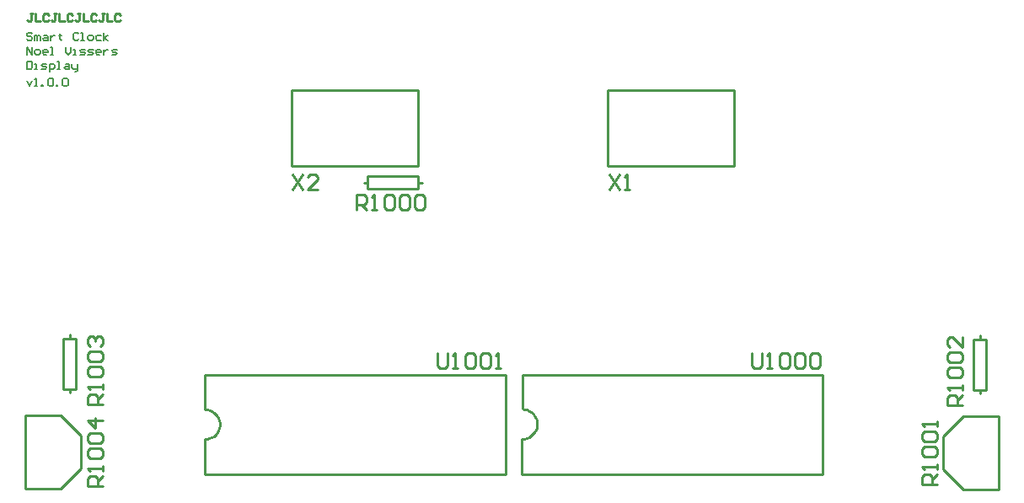
<source format=gto>
G04*
G04 #@! TF.GenerationSoftware,Altium Limited,Altium Designer,20.0.13 (296)*
G04*
G04 Layer_Color=65535*
%FSLAX25Y25*%
%MOIN*%
G70*
G01*
G75*
%ADD10C,0.01000*%
%ADD11C,0.00787*%
%ADD12C,0.00984*%
D10*
X75003Y24486D02*
X75979Y24558D01*
X76929Y24789D01*
X77828Y25174D01*
X78651Y25702D01*
X79376Y26359D01*
X79983Y27126D01*
X80454Y27983D01*
X80778Y28906D01*
X80945Y29869D01*
X80951Y30848D01*
X80795Y31813D01*
X80482Y32740D01*
X80021Y33602D01*
X79423Y34376D01*
X78706Y35041D01*
X77890Y35579D01*
X76995Y35975D01*
X76047Y36217D01*
X75073Y36300D01*
X200535Y24593D02*
X201511Y24664D01*
X202461Y24895D01*
X203360Y25280D01*
X204183Y25809D01*
X204908Y26465D01*
X205514Y27233D01*
X205986Y28089D01*
X206310Y29012D01*
X206477Y29976D01*
X206483Y30954D01*
X206327Y31919D01*
X206014Y32846D01*
X205552Y33708D01*
X204955Y34483D01*
X204238Y35148D01*
X203421Y35686D01*
X202526Y36081D01*
X201579Y36324D01*
X200605Y36406D01*
X139469Y123484D02*
X159468D01*
X139469D02*
Y125984D01*
X159468D02*
X160968D01*
X137969D02*
X139469D01*
X159468Y123484D02*
Y128484D01*
X139469Y125984D02*
Y128484D01*
X159468D01*
X75003Y10394D02*
X193968D01*
X75003D02*
Y24486D01*
X193968Y10394D02*
Y49894D01*
X75073Y36301D02*
Y49894D01*
X193968D01*
X200535Y10500D02*
X319500D01*
X200535D02*
Y24593D01*
X319500Y10500D02*
Y50000D01*
X200605Y36407D02*
Y50000D01*
X319500D01*
X384166Y43957D02*
Y63957D01*
X381666Y43957D02*
X384166D01*
X381666Y63957D02*
Y65457D01*
Y42457D02*
Y43957D01*
X379166Y63957D02*
X384166D01*
X379166Y43957D02*
X381666D01*
X379166D02*
Y63957D01*
X24252Y44272D02*
Y64272D01*
X21752Y44272D02*
X24252D01*
X21752Y64272D02*
Y65772D01*
Y42772D02*
Y44272D01*
X19252Y64272D02*
X24252D01*
X19252Y44272D02*
X21752D01*
X19252D02*
Y64272D01*
X26252Y12772D02*
Y25772D01*
X18252Y4772D02*
X26252Y12772D01*
X7252Y4772D02*
X18252D01*
X4252D02*
X7252D01*
X18252Y33772D02*
X26252Y25772D01*
X8252Y33772D02*
X18252D01*
X4252Y4772D02*
Y33772D01*
X8252D01*
X367166Y12457D02*
Y25457D01*
X375166Y33457D01*
X386166D01*
X389166D01*
X367166Y12457D02*
X375166Y4457D01*
X385166D01*
X389166D02*
Y33457D01*
X385166Y4457D02*
X389166D01*
X109468Y132547D02*
Y162547D01*
Y132547D02*
X159468D01*
Y162547D01*
X109468D02*
X159468D01*
X234469Y132547D02*
Y162547D01*
Y132547D02*
X284469D01*
Y162547D01*
X234469D02*
X284469D01*
X109785Y129377D02*
X113784Y123379D01*
Y129377D02*
X109785Y123379D01*
X119782D02*
X115783D01*
X119782Y127378D01*
Y128377D01*
X118782Y129377D01*
X116783D01*
X115783Y128377D01*
X235116Y129377D02*
X239114Y123379D01*
Y129377D02*
X235116Y123379D01*
X241113D02*
X243113D01*
X242113D01*
Y129377D01*
X241113Y128377D01*
X166973Y58393D02*
Y53394D01*
X167972Y52395D01*
X169972D01*
X170971Y53394D01*
Y58393D01*
X172971Y52395D02*
X174970D01*
X173970D01*
Y58393D01*
X172971Y57393D01*
X177969D02*
X178969Y58393D01*
X180968D01*
X181968Y57393D01*
Y53394D01*
X180968Y52395D01*
X178969D01*
X177969Y53394D01*
Y57393D01*
X183967D02*
X184967Y58393D01*
X186966D01*
X187966Y57393D01*
Y53394D01*
X186966Y52395D01*
X184967D01*
X183967Y53394D01*
Y57393D01*
X189965Y52395D02*
X191964D01*
X190965D01*
Y58393D01*
X189965Y57393D01*
X291504Y58499D02*
Y53501D01*
X292504Y52501D01*
X294503D01*
X295503Y53501D01*
Y58499D01*
X297502Y52501D02*
X299502D01*
X298502D01*
Y58499D01*
X297502Y57499D01*
X302501D02*
X303501Y58499D01*
X305500D01*
X306500Y57499D01*
Y53501D01*
X305500Y52501D01*
X303501D01*
X302501Y53501D01*
Y57499D01*
X308499D02*
X309499Y58499D01*
X311498D01*
X312498Y57499D01*
Y53501D01*
X311498Y52501D01*
X309499D01*
X308499Y53501D01*
Y57499D01*
X314497D02*
X315497Y58499D01*
X317496D01*
X318496Y57499D01*
Y53501D01*
X317496Y52501D01*
X315497D01*
X314497Y53501D01*
Y57499D01*
X34751Y5776D02*
X28753D01*
Y8775D01*
X29753Y9775D01*
X31752D01*
X32752Y8775D01*
Y5776D01*
Y7775D02*
X34751Y9775D01*
Y11774D02*
Y13773D01*
Y12774D01*
X28753D01*
X29753Y11774D01*
Y16772D02*
X28753Y17772D01*
Y19771D01*
X29753Y20771D01*
X33751D01*
X34751Y19771D01*
Y17772D01*
X33751Y16772D01*
X29753D01*
Y22771D02*
X28753Y23770D01*
Y25769D01*
X29753Y26769D01*
X33751D01*
X34751Y25769D01*
Y23770D01*
X33751Y22771D01*
X29753D01*
X34751Y31768D02*
X28753D01*
X31752Y28769D01*
Y32767D01*
X34751Y38276D02*
X28753D01*
Y41275D01*
X29753Y42275D01*
X31752D01*
X32752Y41275D01*
Y38276D01*
Y40275D02*
X34751Y42275D01*
Y44274D02*
Y46273D01*
Y45274D01*
X28753D01*
X29753Y44274D01*
Y49272D02*
X28753Y50272D01*
Y52271D01*
X29753Y53271D01*
X33751D01*
X34751Y52271D01*
Y50272D01*
X33751Y49272D01*
X29753D01*
Y55270D02*
X28753Y56270D01*
Y58270D01*
X29753Y59269D01*
X33751D01*
X34751Y58270D01*
Y56270D01*
X33751Y55270D01*
X29753D01*
Y61269D02*
X28753Y62268D01*
Y64268D01*
X29753Y65267D01*
X30752D01*
X31752Y64268D01*
Y63268D01*
Y64268D01*
X32752Y65267D01*
X33751D01*
X34751Y64268D01*
Y62268D01*
X33751Y61269D01*
X374665Y37961D02*
X368667D01*
Y40960D01*
X369667Y41960D01*
X371666D01*
X372666Y40960D01*
Y37961D01*
Y39960D02*
X374665Y41960D01*
Y43959D02*
Y45959D01*
Y44959D01*
X368667D01*
X369667Y43959D01*
Y48957D02*
X368667Y49957D01*
Y51956D01*
X369667Y52956D01*
X373665D01*
X374665Y51956D01*
Y49957D01*
X373665Y48957D01*
X369667D01*
Y54956D02*
X368667Y55955D01*
Y57955D01*
X369667Y58954D01*
X373665D01*
X374665Y57955D01*
Y55955D01*
X373665Y54956D01*
X369667D01*
X374665Y64952D02*
Y60954D01*
X370667Y64952D01*
X369667D01*
X368667Y63953D01*
Y61953D01*
X369667Y60954D01*
X364665Y6461D02*
X358667D01*
Y9460D01*
X359667Y10459D01*
X361666D01*
X362666Y9460D01*
Y6461D01*
Y8460D02*
X364665Y10459D01*
Y12459D02*
Y14458D01*
Y13458D01*
X358667D01*
X359667Y12459D01*
Y17457D02*
X358667Y18457D01*
Y20456D01*
X359667Y21456D01*
X363666D01*
X364665Y20456D01*
Y18457D01*
X363666Y17457D01*
X359667D01*
Y23455D02*
X358667Y24455D01*
Y26454D01*
X359667Y27454D01*
X363666D01*
X364665Y26454D01*
Y24455D01*
X363666Y23455D01*
X359667D01*
X364665Y29453D02*
Y31453D01*
Y30453D01*
X358667D01*
X359667Y29453D01*
X135225Y115111D02*
Y121109D01*
X138224D01*
X139224Y120110D01*
Y118110D01*
X138224Y117111D01*
X135225D01*
X137224D02*
X139224Y115111D01*
X141223D02*
X143222D01*
X142223D01*
Y121109D01*
X141223Y120110D01*
X146221D02*
X147221Y121109D01*
X149220D01*
X150220Y120110D01*
Y116111D01*
X149220Y115111D01*
X147221D01*
X146221Y116111D01*
Y120110D01*
X152219D02*
X153219Y121109D01*
X155218D01*
X156218Y120110D01*
Y116111D01*
X155218Y115111D01*
X153219D01*
X152219Y116111D01*
Y120110D01*
X158217D02*
X159217Y121109D01*
X161216D01*
X162216Y120110D01*
Y116111D01*
X161216Y115111D01*
X159217D01*
X158217Y116111D01*
Y120110D01*
D11*
X6824Y184851D02*
X6299Y185376D01*
X5249D01*
X4724Y184851D01*
Y184326D01*
X5249Y183801D01*
X6299D01*
X6824Y183276D01*
Y182752D01*
X6299Y182227D01*
X5249D01*
X4724Y182752D01*
X7873Y182227D02*
Y184326D01*
X8398D01*
X8923Y183801D01*
Y182227D01*
Y183801D01*
X9447Y184326D01*
X9972Y183801D01*
Y182227D01*
X11546Y184326D02*
X12596D01*
X13121Y183801D01*
Y182227D01*
X11546D01*
X11022Y182752D01*
X11546Y183276D01*
X13121D01*
X14170Y184326D02*
Y182227D01*
Y183276D01*
X14695Y183801D01*
X15220Y184326D01*
X15744D01*
X17843Y184851D02*
Y184326D01*
X17319D01*
X18368D01*
X17843D01*
Y182752D01*
X18368Y182227D01*
X25190Y184851D02*
X24666Y185376D01*
X23616D01*
X23091Y184851D01*
Y182752D01*
X23616Y182227D01*
X24666D01*
X25190Y182752D01*
X26240Y182227D02*
X27289D01*
X26765D01*
Y185376D01*
X26240D01*
X29388Y182227D02*
X30438D01*
X30963Y182752D01*
Y183801D01*
X30438Y184326D01*
X29388D01*
X28864Y183801D01*
Y182752D01*
X29388Y182227D01*
X34111Y184326D02*
X32537D01*
X32012Y183801D01*
Y182752D01*
X32537Y182227D01*
X34111D01*
X35161D02*
Y185376D01*
Y183276D02*
X36735Y184326D01*
X35161Y183276D02*
X36735Y182227D01*
X4724Y176559D02*
Y179708D01*
X6824Y176559D01*
Y179708D01*
X8398Y176559D02*
X9447D01*
X9972Y177084D01*
Y178133D01*
X9447Y178658D01*
X8398D01*
X7873Y178133D01*
Y177084D01*
X8398Y176559D01*
X12596D02*
X11546D01*
X11022Y177084D01*
Y178133D01*
X11546Y178658D01*
X12596D01*
X13121Y178133D01*
Y177608D01*
X11022D01*
X14170Y176559D02*
X15220D01*
X14695D01*
Y179708D01*
X14170D01*
X19943D02*
Y177608D01*
X20992Y176559D01*
X22042Y177608D01*
Y179708D01*
X23091Y176559D02*
X24141D01*
X23616D01*
Y178658D01*
X23091D01*
X25715Y176559D02*
X27289D01*
X27814Y177084D01*
X27289Y177608D01*
X26240D01*
X25715Y178133D01*
X26240Y178658D01*
X27814D01*
X28864Y176559D02*
X30438D01*
X30963Y177084D01*
X30438Y177608D01*
X29388D01*
X28864Y178133D01*
X29388Y178658D01*
X30963D01*
X33586Y176559D02*
X32537D01*
X32012Y177084D01*
Y178133D01*
X32537Y178658D01*
X33586D01*
X34111Y178133D01*
Y177608D01*
X32012D01*
X35161Y178658D02*
Y176559D01*
Y177608D01*
X35686Y178133D01*
X36210Y178658D01*
X36735D01*
X38309Y176559D02*
X39884D01*
X40408Y177084D01*
X39884Y177608D01*
X38834D01*
X38309Y178133D01*
X38834Y178658D01*
X40408D01*
X4724Y174039D02*
Y170891D01*
X6299D01*
X6824Y171416D01*
Y173515D01*
X6299Y174039D01*
X4724D01*
X7873Y170891D02*
X8923D01*
X8398D01*
Y172990D01*
X7873D01*
X10497Y170891D02*
X12071D01*
X12596Y171416D01*
X12071Y171940D01*
X11022D01*
X10497Y172465D01*
X11022Y172990D01*
X12596D01*
X13645Y169841D02*
Y172990D01*
X15220D01*
X15744Y172465D01*
Y171416D01*
X15220Y170891D01*
X13645D01*
X16794D02*
X17843D01*
X17319D01*
Y174039D01*
X16794D01*
X19943Y172990D02*
X20992D01*
X21517Y172465D01*
Y170891D01*
X19943D01*
X19418Y171416D01*
X19943Y171940D01*
X21517D01*
X22566Y172990D02*
Y171416D01*
X23091Y170891D01*
X24666D01*
Y170366D01*
X24141Y169841D01*
X23616D01*
X24666Y170891D02*
Y172990D01*
X4724Y166272D02*
X5774Y164173D01*
X6824Y166272D01*
X7873Y164173D02*
X8923D01*
X8398D01*
Y167322D01*
X7873Y166797D01*
X10497Y164173D02*
Y164698D01*
X11022D01*
Y164173D01*
X10497D01*
X13121Y166797D02*
X13645Y167322D01*
X14695D01*
X15220Y166797D01*
Y164698D01*
X14695Y164173D01*
X13645D01*
X13121Y164698D01*
Y166797D01*
X16269Y164173D02*
Y164698D01*
X16794D01*
Y164173D01*
X16269D01*
X18893Y166797D02*
X19418Y167322D01*
X20467D01*
X20992Y166797D01*
Y164698D01*
X20467Y164173D01*
X19418D01*
X18893Y164698D01*
Y166797D01*
D12*
X7009Y192889D02*
X5959D01*
X6484D01*
Y190265D01*
X5959Y189740D01*
X5435D01*
X4910Y190265D01*
X8058Y192889D02*
Y189740D01*
X10157D01*
X13306Y192364D02*
X12781Y192889D01*
X11732D01*
X11207Y192364D01*
Y190265D01*
X11732Y189740D01*
X12781D01*
X13306Y190265D01*
X16455Y192889D02*
X15405D01*
X15930D01*
Y190265D01*
X15405Y189740D01*
X14880D01*
X14356Y190265D01*
X17504Y192889D02*
Y189740D01*
X19603D01*
X22752Y192364D02*
X22227Y192889D01*
X21178D01*
X20653Y192364D01*
Y190265D01*
X21178Y189740D01*
X22227D01*
X22752Y190265D01*
X25900Y192889D02*
X24851D01*
X25376D01*
Y190265D01*
X24851Y189740D01*
X24326D01*
X23801Y190265D01*
X26950Y192889D02*
Y189740D01*
X29049D01*
X32197Y192364D02*
X31673Y192889D01*
X30623D01*
X30099Y192364D01*
Y190265D01*
X30623Y189740D01*
X31673D01*
X32197Y190265D01*
X35346Y192889D02*
X34297D01*
X34821D01*
Y190265D01*
X34297Y189740D01*
X33772D01*
X33247Y190265D01*
X36396Y192889D02*
Y189740D01*
X38495D01*
X41643Y192364D02*
X41118Y192889D01*
X40069D01*
X39544Y192364D01*
Y190265D01*
X40069Y189740D01*
X41118D01*
X41643Y190265D01*
M02*

</source>
